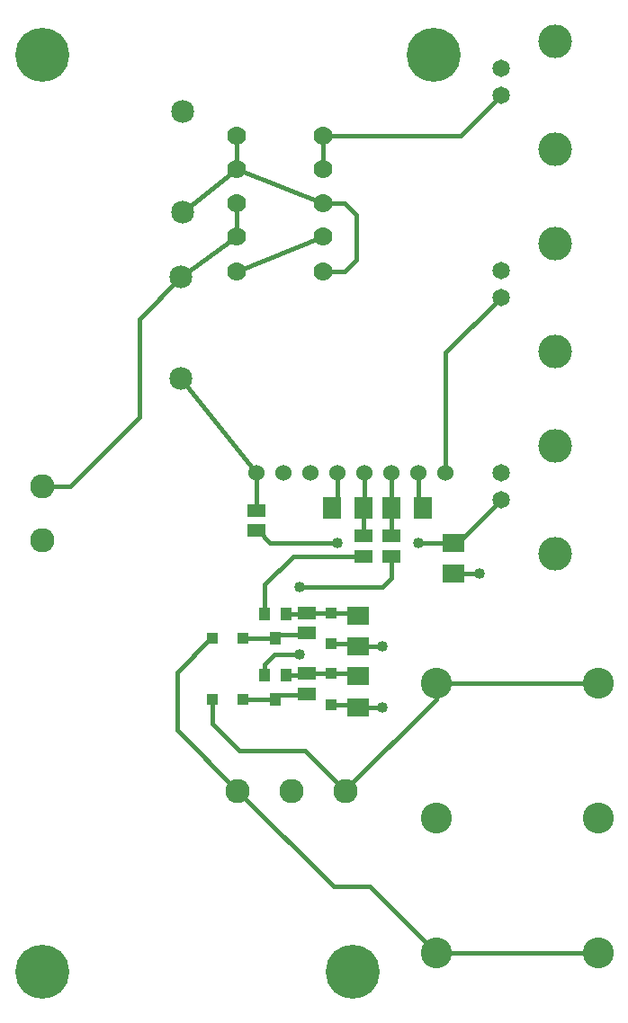
<source format=gbr>
G04 #@! TF.FileFunction,Copper,L1,Top,Signal*
%FSLAX46Y46*%
G04 Gerber Fmt 4.6, Leading zero omitted, Abs format (unit mm)*
G04 Created by KiCad (PCBNEW (after 2015-mar-04 BZR unknown)-product) date 5/4/2015 11:29:17 AM*
%MOMM*%
G01*
G04 APERTURE LIST*
%ADD10C,0.101600*%
%ADD11C,5.080000*%
%ADD12R,2.032000X1.651000*%
%ADD13R,1.651000X1.143000*%
%ADD14R,1.651000X2.032000*%
%ADD15C,2.286000*%
%ADD16R,1.016000X1.270000*%
%ADD17C,2.159000*%
%ADD18C,1.778000*%
%ADD19C,3.175000*%
%ADD20C,1.651000*%
%ADD21C,1.524000*%
%ADD22C,2.921000*%
%ADD23R,1.016000X1.016000*%
%ADD24C,1.016000*%
%ADD25C,0.381000*%
G04 APERTURE END LIST*
D10*
D11*
X66040000Y-29210000D03*
X29210000Y-29210000D03*
X58420000Y-115570000D03*
D12*
X58928000Y-90678000D03*
X58928000Y-87757000D03*
X58928000Y-84963000D03*
X58928000Y-82042000D03*
D13*
X49403000Y-72136000D03*
X49403000Y-74041000D03*
D14*
X65024000Y-71882000D03*
X62103000Y-71882000D03*
X56515000Y-71882000D03*
X59436000Y-71882000D03*
D15*
X29210000Y-69850000D03*
D16*
X50165000Y-87630000D03*
X52197000Y-87630000D03*
X51181000Y-89916000D03*
X50165000Y-81915000D03*
X52197000Y-81915000D03*
X51181000Y-84201000D03*
D13*
X54102000Y-89408000D03*
X54102000Y-87503000D03*
X54102000Y-83693000D03*
X54102000Y-81788000D03*
X62103000Y-74549000D03*
X62103000Y-76454000D03*
X59436000Y-74549000D03*
X59436000Y-76454000D03*
D12*
X67945000Y-75184000D03*
X67945000Y-78105000D03*
D11*
X29210000Y-115570000D03*
D15*
X29210000Y-74930000D03*
D17*
X42418000Y-34544000D03*
X42418000Y-44069000D03*
X42291000Y-50165000D03*
X42291000Y-59690000D03*
D18*
X47498000Y-36830000D03*
X55626000Y-36830000D03*
X47498000Y-40005000D03*
X55626000Y-40005000D03*
X55626000Y-43180000D03*
X47498000Y-43180000D03*
X55626000Y-46355000D03*
X47498000Y-46355000D03*
X55626000Y-49657000D03*
X47498000Y-49657000D03*
D19*
X77470000Y-38100000D03*
D20*
X72390000Y-33020000D03*
X72390000Y-30480000D03*
D19*
X77470000Y-27940000D03*
X77470000Y-57150000D03*
D20*
X72390000Y-52070000D03*
X72390000Y-49530000D03*
D19*
X77470000Y-46990000D03*
X77470000Y-76200000D03*
D20*
X72390000Y-71120000D03*
X72390000Y-68580000D03*
D19*
X77470000Y-66040000D03*
D21*
X49403000Y-68580000D03*
X51943000Y-68580000D03*
X54483000Y-68580000D03*
X57023000Y-68580000D03*
X59563000Y-68580000D03*
X62103000Y-68580000D03*
X64643000Y-68580000D03*
X67183000Y-68580000D03*
D15*
X47625000Y-98552000D03*
X52705000Y-98552000D03*
X57785000Y-98552000D03*
D22*
X81534000Y-88392000D03*
X66294000Y-88392000D03*
X81534000Y-101092000D03*
X66294000Y-101092000D03*
X81534000Y-113792000D03*
X66294000Y-113792000D03*
D23*
X48133000Y-84201000D03*
X45212000Y-84201000D03*
X45212000Y-89916000D03*
X48133000Y-89916000D03*
X56388000Y-81788000D03*
X56388000Y-84709000D03*
X56388000Y-90424000D03*
X56388000Y-87503000D03*
D24*
X61214000Y-84963000D03*
X61214000Y-90678000D03*
X70358000Y-78105000D03*
X57023000Y-75184000D03*
X64643000Y-75184000D03*
X53467000Y-85725000D03*
X53467000Y-79375000D03*
D25*
X64643000Y-68580000D02*
X64643000Y-71501000D01*
X64643000Y-71501000D02*
X65024000Y-71882000D01*
X57023000Y-68580000D02*
X57023000Y-71374000D01*
X57023000Y-71374000D02*
X56515000Y-71882000D01*
X58674000Y-84709000D02*
X58928000Y-84963000D01*
X56388000Y-84709000D02*
X58674000Y-84709000D01*
X58928000Y-84963000D02*
X61214000Y-84963000D01*
X58674000Y-90424000D02*
X58928000Y-90678000D01*
X56388000Y-90424000D02*
X58674000Y-90424000D01*
X58928000Y-90678000D02*
X61214000Y-90678000D01*
X67945000Y-78105000D02*
X70358000Y-78105000D01*
X42291000Y-50165000D02*
X38354000Y-54102000D01*
X31877000Y-69850000D02*
X29210000Y-69850000D01*
X38354000Y-63373000D02*
X31877000Y-69850000D01*
X38354000Y-54102000D02*
X38354000Y-63373000D01*
X29210000Y-69723000D02*
X29210000Y-69850000D01*
X42291000Y-50165000D02*
X47498000Y-46355000D01*
X47498000Y-46355000D02*
X47498000Y-46355000D01*
X47498000Y-46355000D02*
X47498000Y-43180000D01*
X49403000Y-72136000D02*
X49403000Y-68580000D01*
X49403000Y-68580000D02*
X49403000Y-68580000D01*
X49403000Y-68580000D02*
X42291000Y-59690000D01*
X58674000Y-87503000D02*
X58928000Y-87757000D01*
X56388000Y-87503000D02*
X58674000Y-87503000D01*
X56388000Y-87503000D02*
X54102000Y-87503000D01*
X53975000Y-87630000D02*
X54102000Y-87503000D01*
X52197000Y-87630000D02*
X53975000Y-87630000D01*
X53975000Y-81915000D02*
X54102000Y-81788000D01*
X52197000Y-81915000D02*
X53975000Y-81915000D01*
X54102000Y-81788000D02*
X56388000Y-81788000D01*
X58674000Y-81788000D02*
X58928000Y-82042000D01*
X56388000Y-81788000D02*
X58674000Y-81788000D01*
X67945000Y-75184000D02*
X64643000Y-75184000D01*
X50673000Y-75184000D02*
X49530000Y-74041000D01*
X57023000Y-75184000D02*
X50673000Y-75184000D01*
X49530000Y-74041000D02*
X49403000Y-74041000D01*
X67945000Y-75184000D02*
X68326000Y-75184000D01*
X68326000Y-75184000D02*
X72390000Y-71120000D01*
X62103000Y-71882000D02*
X62103000Y-74549000D01*
X62103000Y-68580000D02*
X62103000Y-71882000D01*
X59436000Y-71882000D02*
X59436000Y-74549000D01*
X59563000Y-68580000D02*
X59563000Y-71755000D01*
X59563000Y-71755000D02*
X59436000Y-71882000D01*
X45212000Y-89916000D02*
X45212000Y-92202000D01*
X53975000Y-94742000D02*
X57785000Y-98552000D01*
X47752000Y-94742000D02*
X53975000Y-94742000D01*
X45212000Y-92202000D02*
X47752000Y-94742000D01*
X57785000Y-98425000D02*
X57785000Y-98552000D01*
X66294000Y-89916000D02*
X57785000Y-98425000D01*
X66294000Y-88392000D02*
X66294000Y-89916000D01*
X81534000Y-88392000D02*
X66294000Y-88392000D01*
X48133000Y-89916000D02*
X51181000Y-89916000D01*
X51562000Y-89535000D02*
X51181000Y-89916000D01*
X53467000Y-89535000D02*
X51562000Y-89535000D01*
X54102000Y-89408000D02*
X53467000Y-89535000D01*
X48133000Y-84201000D02*
X51181000Y-84201000D01*
X51562000Y-83820000D02*
X51181000Y-84201000D01*
X53467000Y-83820000D02*
X51562000Y-83820000D01*
X54102000Y-83693000D02*
X53467000Y-83820000D01*
X45212000Y-84201000D02*
X45085000Y-84201000D01*
X45085000Y-84201000D02*
X41910000Y-87376000D01*
X41910000Y-87376000D02*
X41910000Y-92837000D01*
X41910000Y-92837000D02*
X47625000Y-98552000D01*
X66294000Y-113792000D02*
X81534000Y-113792000D01*
X56642000Y-107569000D02*
X60071000Y-107569000D01*
X60071000Y-107569000D02*
X66294000Y-113792000D01*
X47625000Y-98552000D02*
X56642000Y-107569000D01*
X72390000Y-33020000D02*
X68580000Y-36830000D01*
X68580000Y-36830000D02*
X55626000Y-36830000D01*
X55626000Y-36830000D02*
X55626000Y-40005000D01*
X67183000Y-68580000D02*
X67183000Y-57277000D01*
X67183000Y-57277000D02*
X72390000Y-52070000D01*
X50165000Y-86614000D02*
X51054000Y-85725000D01*
X51054000Y-85725000D02*
X53467000Y-85725000D01*
X53467000Y-79375000D02*
X61214000Y-79375000D01*
X61214000Y-79375000D02*
X62103000Y-78486000D01*
X62103000Y-78486000D02*
X62103000Y-76454000D01*
X50165000Y-87630000D02*
X50165000Y-86614000D01*
X50165000Y-79121000D02*
X52832000Y-76454000D01*
X52832000Y-76454000D02*
X59436000Y-76454000D01*
X50165000Y-81915000D02*
X50165000Y-79121000D01*
X47498000Y-40005000D02*
X47498000Y-40005000D01*
X47498000Y-40005000D02*
X55626000Y-43180000D01*
X55626000Y-43180000D02*
X57658000Y-43180000D01*
X57658000Y-49657000D02*
X55626000Y-49657000D01*
X58801000Y-48514000D02*
X57658000Y-49657000D01*
X58801000Y-44323000D02*
X58801000Y-48514000D01*
X57658000Y-43180000D02*
X58801000Y-44323000D01*
X42418000Y-44069000D02*
X42418000Y-44069000D01*
X42418000Y-44069000D02*
X47498000Y-40005000D01*
X47498000Y-40005000D02*
X47498000Y-36830000D01*
X55626000Y-46355000D02*
X55626000Y-46355000D01*
X47498000Y-49657000D02*
X47498000Y-49657000D01*
X55626000Y-46355000D02*
X47498000Y-49657000D01*
M02*

</source>
